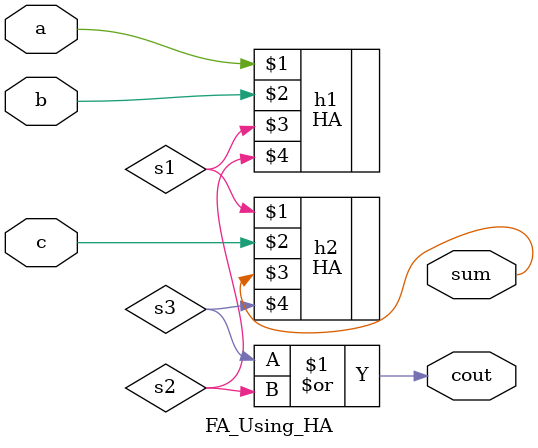
<source format=v>
`timescale 1ns / 1ps


module FA_Using_HA(
    input a,
    input b,
    input c,
    output sum,
    output cout
    );
    
    wire s1, s2, s3;
    
    HA h1(a,b,s1,s2),
       h2(s1,c,sum,s3);
    
    or o1(cout,s3,s2);
    
endmodule

</source>
